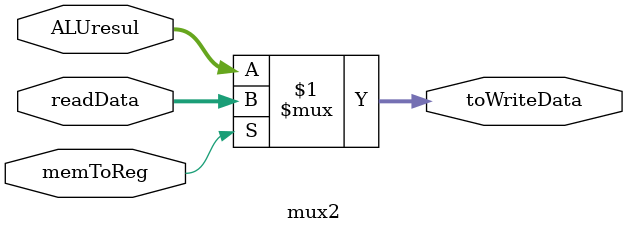
<source format=sv>
module mux2 #(parameter width=64)
    (input logic memToReg,
     input logic [width-1:0] readData,ALUresul,
     output logic [width-1:0] toWriteData);

assign toWriteData= memToReg ? readData : ALUresul;

endmodule

</source>
